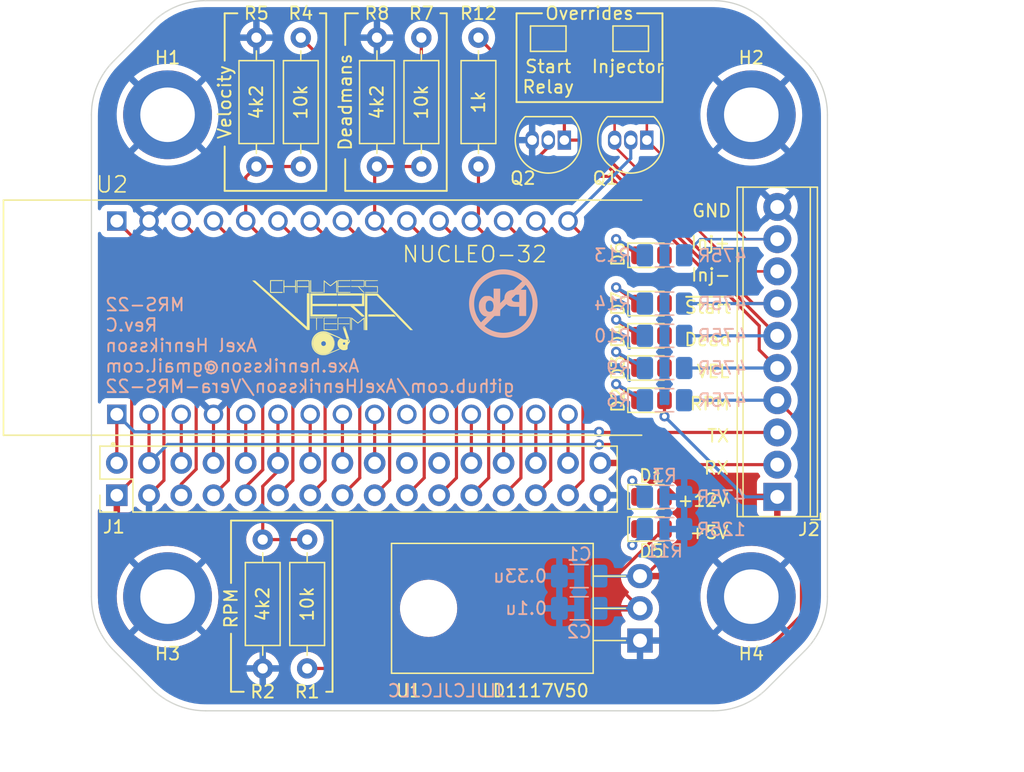
<source format=kicad_pcb>
(kicad_pcb (version 20211014) (generator pcbnew)
  (layers (0 "F.Cu" signal) (31 "B.Cu" signal) (34 "B.Paste" user) (35 "F.Paste" user) (36 "B.SilkS" user "B.Silkscreen") (37 "F.SilkS" user "F.Silkscreen") (38 "B.Mask" user) (39 "F.Mask" user) (44 "Edge.Cuts" user))
  (net 0 "")
  (net 1 "+12V")
  (net 2 "+5V")
  (net 3 "/Injector+")
  (net 4 "/Injector-")
  (net 5 "/RPM_12V")
  (net 6 "/USART1_TX")
  (net 7 "/USART1_RX")
  (net 8 "/Deadmans_12V")
  (net 9 "/Start_Relay_GND")
  (net 10 "/Injector_Enable")
  (net 11 "/VEL")
  (net 12 "/Start_Enable")
  (net 13 "/RPM")
  (net 14 "/Deadmans")
  (net 15 "Net-(J1-Pad5)")
  (net 16 "Net-(J1-Pad13)")
  (net 17 "Net-(J1-Pad15)")
  (net 18 "Net-(J1-Pad11)")
  (net 19 "Net-(J1-Pad25)")
  (net 20 "Net-(J1-Pad27)")
  (net 21 "Net-(J1-Pad30)")
  (net 22 "Net-(J1-Pad21)")
  (net 23 "Net-(J1-Pad19)")
  (net 24 "Net-(J1-Pad7)")
  (net 25 "Net-(J1-Pad28)")
  (net 26 "Net-(J1-Pad26)")
  (net 27 "Net-(J1-Pad24)")
  (net 28 "Net-(J1-Pad18)")
  (net 29 "Net-(J1-Pad16)")
  (net 30 "Net-(J1-Pad14)")
  (net 31 "Net-(J1-Pad10)")
  (net 32 "Net-(J1-Pad6)")
  (net 33 "Net-(J1-Pad22)")
  (net 34 "Net-(J1-Pad20)")
  (net 35 "GND")
  (net 36 "/VEL_12V")
  (net 37 "Net-(D4-Pad1)")
  (net 38 "Net-(D6-Pad1)")
  (net 39 "Net-(D7-Pad1)")
  (net 40 "Net-(Q2-Pad2)")
  (net 41 "Net-(D1-Pad1)")
  (net 42 "Net-(D2-Pad1)")
  (net 43 "Net-(D3-Pad1)")
  (net 44 "Net-(D5-Pad1)")
  (footprint "Jumper:SolderJumper-2_P1.3mm_Open_TrianglePad1.0x1.5mm" (layer "F.Cu") (at 215.77 72)
    (fp_text reference "JP1" hide)
    (fp_text value "Injector_Override" hide)
    (pad "1" smd custom (at -0.725 0) (size 0.3 0.3) (layers "F.Cu" "F.Mask") (net 4 "/Injector-") (options (clearance outline) (anchor rect)) (primitives (gr_poly (pts (xy 1 0) (xy 0.5 0.75) (xy -0.5 0.75) (xy -0.5 -0.75) (xy 0.5 -0.75)) (width 0) (fill yes))))
    (pad "2" smd custom (at 0.725 0) (size 0.3 0.3) (layers "F.Cu" "F.Mask") (net 3 "/Injector+") (options (clearance outline) (anchor rect)) (primitives (gr_poly (pts (xy 0.5 0.75) (xy -0.65 0.75) (xy -0.15 0) (xy -0.65 -0.75) (xy 0.5 -0.75)) (width 0) (fill yes))))
  )
  (footprint "MountingHole:MountingHole_4.3mm_M4_ISO14580_Pad" (layer "F.Cu") (at 179.27 116)
    (fp_text reference "H3" (at 0 4.5) (layer "F.SilkS"))
    (fp_text value "M4_Hole")
    (pad "1" thru_hole circle (at 0 0) (size 7 7) (drill 4.3) (layers *.Cu *.Mask) (net 35 "GND"))
  )
  (footprint "MountingHole:MountingHole_4.3mm_M4_ISO14580_Pad" (layer "F.Cu") (at 225.27 116)
    (fp_text reference "H4" (at 0 4.5) (layer "F.SilkS"))
    (fp_text value "M4_Hole")
    (pad "1" thru_hole circle (at 0 0) (size 7 7) (drill 4.3) (layers *.Cu *.Mask) (net 35 "GND"))
  )
  (footprint "Resistor_THT:R_Axial_DIN0207_L6.3mm_D2.5mm_P10.16mm_Horizontal" (layer "F.Cu") (at 189.77 71.92 -90)
    (fp_text reference "R4" (at -1.92 0) (layer "F.SilkS"))
    (fp_text value "10k" (at 5.08 0 90) (layer "F.SilkS"))
    (pad "1" thru_hole circle (at 0 0 270) (size 1.6 1.6) (drill 0.8) (layers *.Cu *.Mask) (net 36 "/VEL_12V"))
    (pad "2" thru_hole oval (at 10.16 0 270) (size 1.6 1.6) (drill 0.8) (layers *.Cu *.Mask) (net 11 "/VEL"))
  )
  (footprint "Resistor_THT:R_Axial_DIN0207_L6.3mm_D2.5mm_P10.16mm_Horizontal" (layer "F.Cu") (at 203.77 71.92 -90)
    (fp_text reference "R12" (at -1.92 0) (layer "F.SilkS"))
    (fp_text value "1k" (at 5.08 0 90) (layer "F.SilkS"))
    (pad "1" thru_hole circle (at 0 0 270) (size 1.6 1.6) (drill 0.8) (layers *.Cu *.Mask) (net 40 "Net-(Q2-Pad2)"))
    (pad "2" thru_hole oval (at 10.16 0 270) (size 1.6 1.6) (drill 0.8) (layers *.Cu *.Mask) (net 12 "/Start_Enable"))
  )
  (footprint "Resistor_THT:R_Axial_DIN0207_L6.3mm_D2.5mm_P10.16mm_Horizontal" (layer "F.Cu") (at 199.27 71.92 -90)
    (fp_text reference "R7" (at -1.92 0) (layer "F.SilkS"))
    (fp_text value "10k" (at 5.08 0 90) (layer "F.SilkS"))
    (pad "1" thru_hole circle (at 0 0 270) (size 1.6 1.6) (drill 0.8) (layers *.Cu *.Mask) (net 8 "/Deadmans_12V"))
    (pad "2" thru_hole oval (at 10.16 0 270) (size 1.6 1.6) (drill 0.8) (layers *.Cu *.Mask) (net 14 "/Deadmans"))
  )
  (footprint "LED_SMD:LED_0805_2012Metric_Pad1.15x1.40mm_HandSolder" (layer "F.Cu") (at 217.405 108.13)
    (fp_text reference "D1" (at 0 -1.65) (layer "F.SilkS"))
    (fp_text value "KPT-2012SURCK")
    (pad "1" smd roundrect (at -1.025 0) (size 1.15 1.4) (layers "F.Cu" "F.Paste" "F.Mask") (roundrect_rratio 0.217391) (net 41 "Net-(D1-Pad1)"))
    (pad "2" smd roundrect (at 1.025 0) (size 1.15 1.4) (layers "F.Cu" "F.Paste" "F.Mask") (roundrect_rratio 0.217391) (net 1 "+12V"))
  )
  (footprint "LED_SMD:LED_0805_2012Metric_Pad1.15x1.40mm_HandSolder" (layer "F.Cu") (at 217.405 110.67)
    (fp_text reference "D5" (at 0 1.73) (layer "F.SilkS"))
    (fp_text value "KPT-2012SURCK")
    (pad "1" smd roundrect (at -1.025 0) (size 1.15 1.4) (layers "F.Cu" "F.Paste" "F.Mask") (roundrect_rratio 0.217391) (net 44 "Net-(D5-Pad1)"))
    (pad "2" smd roundrect (at 1.025 0) (size 1.15 1.4) (layers "F.Cu" "F.Paste" "F.Mask") (roundrect_rratio 0.217391) (net 2 "+5V"))
  )
  (footprint "Package_TO_SOT_THT:TO-92_Inline" (layer "F.Cu") (at 210.54 80 180)
    (fp_text reference "Q2" (at 3.27 -3) (layer "F.SilkS"))
    (fp_text value "BC337")
    (pad "1" thru_hole rect (at 0 0 180) (size 1.05 1.5) (drill 0.75) (layers *.Cu *.Mask) (net 9 "/Start_Relay_GND"))
    (pad "2" thru_hole oval (at 1.27 0 180) (size 1.05 1.5) (drill 0.75) (layers *.Cu *.Mask) (net 40 "Net-(Q2-Pad2)"))
    (pad "3" thru_hole oval (at 2.54 0 180) (size 1.05 1.5) (drill 0.75) (layers *.Cu *.Mask) (net 35 "GND"))
  )
  (footprint "Package_TO_SOT_THT:TO-220-3_Horizontal_TabDown" (layer "F.Cu") (at 216.5 119.46 90)
    (fp_text reference "U1" (at -3.96 -18.23) (layer "F.SilkS"))
    (fp_text value "LD1117V50" (at -3.96 -8.23) (layer "F.SilkS"))
    (pad "" np_thru_hole oval (at 2.54 -16.66 90) (size 3.5 3.5) (drill 3.5) (layers *.Cu *.Mask))
    (pad "1" thru_hole rect (at 0 0 90) (size 1.905 2) (drill 1.1) (layers *.Cu *.Mask) (net 35 "GND"))
    (pad "2" thru_hole oval (at 2.54 0 90) (size 1.905 2) (drill 1.1) (layers *.Cu *.Mask) (net 2 "+5V"))
    (pad "3" thru_hole oval (at 5.08 0 90) (size 1.905 2) (drill 1.1) (layers *.Cu *.Mask) (net 1 "+12V"))
  )
  (footprint "Vera-MRS-21:TerminalBlock_Phoenix_MPT-0,5-10-2.54_1x10_P2.54mm_Horizontal" (layer "F.Cu") (at 227.32 108.13 90)
    (fp_text reference "J2" (at -2.57 2.5) (layer "F.SilkS"))
    (fp_text value "Screw_Terminal_01x10")
    (pad "1" thru_hole rect locked (at 0 0 90) (size 2.2 2.2) (drill 1.1) (layers *.Cu *.Mask) (net 1 "+12V"))
    (pad "2" thru_hole circle locked (at 2.54 0 90) (size 2.2 2.2) (drill 1.1) (layers *.Cu *.Mask) (net 7 "/USART1_RX"))
    (pad "3" thru_hole circle locked (at 5.08 0 90) (size 2.2 2.2) (drill 1.1) (layers *.Cu *.Mask) (net 6 "/USART1_TX"))
    (pad "4" thru_hole circle locked (at 7.62 0 90) (size 2.2 2.2) (drill 1.1) (layers *.Cu *.Mask) (net 5 "/RPM_12V"))
    (pad "5" thru_hole circle locked (at 10.16 0 90) (size 2.2 2.2) (drill 1.1) (layers *.Cu *.Mask) (net 36 "/VEL_12V"))
    (pad "6" thru_hole circle locked (at 12.7 0 90) (size 2.2 2.2) (drill 1.1) (layers *.Cu *.Mask) (net 8 "/Deadmans_12V"))
    (pad "7" thru_hole circle locked (at 15.24 0 90) (size 2.2 2.2) (drill 1.1) (layers *.Cu *.Mask) (net 9 "/Start_Relay_GND"))
    (pad "8" thru_hole circle locked (at 17.78 0 90) (size 2.2 2.2) (drill 1.1) (layers *.Cu *.Mask) (net 4 "/Injector-"))
    (pad "9" thru_hole circle locked (at 20.32 0 90) (size 2.2 2.2) (drill 1.1) (layers *.Cu *.Mask) (net 3 "/Injector+"))
    (pad "10" thru_hole circle locked (at 22.86 0 90) (size 2.2 2.2) (drill 1.1) (layers *.Cu *.Mask) (net 35 "GND"))
  )
  (footprint "Resistor_THT:R_Axial_DIN0207_L6.3mm_D2.5mm_P10.16mm_Horizontal" (layer "F.Cu") (at 186.27 82.08 90)
    (fp_text reference "R5" (at 12.08 0) (layer "F.SilkS"))
    (fp_text value "4k2" (at 5.08 0 90) (layer "F.SilkS"))
    (pad "1" thru_hole circle (at 0 0 90) (size 1.6 1.6) (drill 0.8) (layers *.Cu *.Mask) (net 11 "/VEL"))
    (pad "2" thru_hole oval (at 10.16 0 90) (size 1.6 1.6) (drill 0.8) (layers *.Cu *.Mask) (net 35 "GND"))
  )
  (footprint "Package_TO_SOT_THT:TO-92_Inline" (layer "F.Cu") (at 217.04 80 180)
    (fp_text reference "Q1" (at 3.27 -3) (layer "F.SilkS"))
    (fp_text value "BC337")
    (pad "1" thru_hole rect (at 0 0 180) (size 1.05 1.5) (drill 0.75) (layers *.Cu *.Mask) (net 3 "/Injector+"))
    (pad "2" thru_hole oval (at 1.27 0 180) (size 1.05 1.5) (drill 0.75) (layers *.Cu *.Mask) (net 10 "/Injector_Enable"))
    (pad "3" thru_hole oval (at 2.54 0 180) (size 1.05 1.5) (drill 0.75) (layers *.Cu *.Mask) (net 4 "/Injector-"))
  )
  (footprint "LED_SMD:LED_0805_2012Metric_Pad1.15x1.40mm_HandSolder" (layer "F.Cu") (at 217.405 100.51)
    (fp_text reference "D2" (at -2.635 0 90) (layer "F.SilkS"))
    (fp_text value "KPT-2012SURCK")
    (pad "1" smd roundrect (at -1.025 0) (size 1.15 1.4) (layers "F.Cu" "F.Paste" "F.Mask") (roundrect_rratio 0.217391) (net 42 "Net-(D2-Pad1)"))
    (pad "2" smd roundrect (at 1.025 0) (size 1.15 1.4) (layers "F.Cu" "F.Paste" "F.Mask") (roundrect_rratio 0.217391) (net 1 "+12V"))
  )
  (footprint "Vera-MRS-21:NUCLEO_32" (layer "F.Cu") (at 191.485 94 90)
    (fp_text reference "U2" (at 10.5 -17.945) (layer "F.SilkS") (effects (font (size 1.27 1.27) (thickness 0.127)) (justify left)))
    (fp_text value "NUCLEO-G031K8 Physical")
    (fp_text user "NUCLEO-32" (at 5 17.785 180) (layer "F.SilkS") (effects (font (size 1.27 1.27) (thickness 0.127)) (justify right)))
    (pad "CN3_1" thru_hole rect (at -7.62 -16.215 90) (size 1.53 1.53) (drill 1.02) (layers *.Cu *.Mask) (net 6 "/USART1_TX"))
    (pad "CN3_2" thru_hole circle (at -7.62 -13.675 90) (size 1.53 1.53) (drill 1.02) (layers *.Cu *.Mask) (net 7 "/USART1_RX"))
    (pad "CN3_3" thru_hole circle (at -7.62 -11.135 90) (size 1.53 1.53) (drill 1.02) (layers *.Cu *.Mask) (net 32 "Net-(J1-Pad6)"))
    (pad "CN3_4" thru_hole circle (at -7.62 -8.595 90) (size 1.53 1.53) (drill 1.02) (layers *.Cu *.Mask) (net 35 "GND"))
    (pad "CN3_5" thru_hole circle (at -7.62 -6.055 90) (size 1.53 1.53) (drill 1.02) (layers *.Cu *.Mask) (net 31 "Net-(J1-Pad10)"))
    (pad "CN3_6" thru_hole circle (at -7.62 -3.515 90) (size 1.53 1.53) (drill 1.02) (layers *.Cu *.Mask) (net 13 "/RPM"))
    (pad "CN3_7" thru_hole circle (at -7.62 -0.975 90) (size 1.53 1.53) (drill 1.02) (layers *.Cu *.Mask) (net 30 "Net-(J1-Pad14)"))
    (pad "CN3_8" thru_hole circle (at -7.62 1.565 90) (size 1.53 1.53) (drill 1.02) (layers *.Cu *.Mask) (net 29 "Net-(J1-Pad16)"))
    (pad "CN3_9" thru_hole circle (at -7.62 4.105 90) (size 1.53 1.53) (drill 1.02) (layers *.Cu *.Mask) (net 28 "Net-(J1-Pad18)"))
    (pad "CN3_10" thru_hole circle (at -7.62 6.645 90) (size 1.53 1.53) (drill 1.02) (layers *.Cu *.Mask) (net 34 "Net-(J1-Pad20)"))
    (pad "CN3_11" thru_hole circle (at -7.62 9.185 90) (size 1.53 1.53) (drill 1.02) (layers *.Cu *.Mask) (net 33 "Net-(J1-Pad22)"))
    (pad "CN3_12" thru_hole circle (at -7.62 11.725 90) (size 1.53 1.53) (drill 1.02) (layers *.Cu *.Mask) (net 27 "Net-(J1-Pad24)"))
    (pad "CN3_13" thru_hole circle (at -7.62 14.265 90) (size 1.53 1.53) (drill 1.02) (layers *.Cu *.Mask) (net 26 "Net-(J1-Pad26)"))
    (pad "CN3_14" thru_hole circle (at -7.62 16.805 90) (size 1.53 1.53) (drill 1.02) (layers *.Cu *.Mask) (net 25 "Net-(J1-Pad28)"))
    (pad "CN3_15" thru_hole circle (at -7.62 19.345 90) (size 1.53 1.53) (drill 1.02) (layers *.Cu *.Mask) (net 21 "Net-(J1-Pad30)"))
    (pad "CN4_1" thru_hole rect (at 7.62 -16.215 90) (size 1.53 1.53) (drill 1.02) (layers *.Cu *.Mask) (net 2 "+5V"))
    (pad "CN4_2" thru_hole circle (at 7.62 -13.675 90) (size 1.53 1.53) (drill 1.02) (layers *.Cu *.Mask) (net 35 "GND"))
    (pad "CN4_3" thru_hole circle (at 7.62 -11.135 90) (size 1.53 1.53) (drill 1.02) (layers *.Cu *.Mask) (net 15 "Net-(J1-Pad5)"))
    (pad "CN4_4" thru_hole circle (at 7.62 -8.595 90) (size 1.53 1.53) (drill 1.02) (layers *.Cu *.Mask) (net 24 "Net-(J1-Pad7)"))
    (pad "CN4_5" thru_hole circle (at 7.62 -6.055 90) (size 1.53 1.53) (drill 1.02) (layers *.Cu *.Mask) (net 11 "/VEL"))
    (pad "CN4_6" thru_hole circle (at 7.62 -3.515 90) (size 1.53 1.53) (drill 1.02) (layers *.Cu *.Mask) (net 18 "Net-(J1-Pad11)"))
    (pad "CN4_7" thru_hole circle (at 7.62 -0.975 90) (size 1.53 1.53) (drill 1.02) (layers *.Cu *.Mask) (net 16 "Net-(J1-Pad13)"))
    (pad "CN4_8" thru_hole circle (at 7.62 1.565 90) (size 1.53 1.53) (drill 1.02) (layers *.Cu *.Mask) (net 17 "Net-(J1-Pad15)"))
    (pad "CN4_9" thru_hole circle (at 7.62 4.105 90) (size 1.53 1.53) (drill 1.02) (layers *.Cu *.Mask) (net 14 "/Deadmans"))
    (pad "CN4_10" thru_hole circle (at 7.62 6.645 90) (size 1.53 1.53) (drill 1.02) (layers *.Cu *.Mask) (net 23 "Net-(J1-Pad19)"))
    (pad "CN4_11" thru_hole circle (at 7.62 9.185 90) (size 1.53 1.53) (drill 1.02) (layers *.Cu *.Mask) (net 22 "Net-(J1-Pad21)"))
    (pad "CN4_12" thru_hole circle (at 7.62 11.725 90) (size 1.53 1.53) (drill 1.02) (layers *.Cu *.Mask) (net 12 "/Start_Enable"))
    (pad "CN4_13" thru_hole circle (at 7.62 14.265 90) (size 1.53 1.53) (drill 1.02) (layers *.Cu *.Mask) (net 19 "Net-(J1-Pad25)"))
    (pad "CN4_14" thru_hole circle (at 7.62 16.805 90) (size 1.53 1.53) (drill 1.02) (layers *.Cu *.Mask) (net 20 "Net-(J1-Pad27)"))
    (pad "CN4_15" thru_hole circle (at 7.62 19.345 90) (size 1.53 1.53) (drill 1.02) (layers *.Cu *.Mask) (net 10 "/Injector_Enable"))
  )
  (footprint "LED_SMD:LED_0805_2012Metric_Pad1.15x1.40mm_HandSolder" (layer "F.Cu") (at 217.405 89.08)
    (fp_text reference "D6" (at -2.635 -0.08 90) (layer "F.SilkS"))
    (fp_text value "KPT-2012SURCK")
    (pad "1" smd roundrect (at -1.025 0) (size 1.15 1.4) (layers "F.Cu" "F.Paste" "F.Mask") (roundrect_rratio 0.217391) (net 38 "Net-(D6-Pad1)"))
    (pad "2" smd roundrect (at 1.025 0) (size 1.15 1.4) (layers "F.Cu" "F.Paste" "F.Mask") (roundrect_rratio 0.217391) (net 1 "+12V"))
  )
  (footprint "MountingHole:MountingHole_4.3mm_M4_ISO14580_Pad" (layer "F.Cu") (at 179.27 78)
    (fp_text reference "H1" (at 0 -4.5) (layer "F.SilkS"))
    (fp_text value "M4_Hole")
    (pad "1" thru_hole circle (at 0 0) (size 7 7) (drill 4.3) (layers *.Cu *.Mask) (net 35 "GND"))
  )
  (footprint "Jumper:SolderJumper-2_P1.3mm_Open_TrianglePad1.0x1.5mm" (layer "F.Cu") (at 209.27 72)
    (fp_text reference "JP2" hide)
    (fp_text value "Start_Relay_Override" hide)
    (pad "1" smd custom (at -0.725 0) (size 0.3 0.3) (layers "F.Cu" "F.Mask") (net 35 "GND") (options (clearance outline) (anchor rect)) (primitives (gr_poly (pts (xy 1 0) (xy 0.5 0.75) (xy -0.5 0.75) (xy -0.5 -0.75) (xy 0.5 -0.75)) (width 0) (fill yes))))
    (pad "2" smd custom (at 0.725 0) (size 0.3 0.3) (layers "F.Cu" "F.Mask") (net 9 "/Start_Relay_GND") (options (clearance outline) (anchor rect)) (primitives (gr_poly (pts (xy 0.5 0.75) (xy -0.65 0.75) (xy -0.15 0) (xy -0.65 -0.75) (xy 0.5 -0.75)) (width 0) (fill yes))))
  )
  (footprint "Vera-MRS-21:Vera-Logo-Small" (layer "F.Cu") (at 192.27 94)
    (fp_text reference "G***" hide)
    (fp_text value "LOGO" hide)
  )
  (footprint "Resistor_THT:R_Axial_DIN0207_L6.3mm_D2.5mm_P10.16mm_Horizontal" (layer "F.Cu") (at 195.77 82.08 90)
    (fp_text reference "R8" (at 12.08 0) (layer "F.SilkS"))
    (fp_text value "4k2" (at 5.08 0 90) (layer "F.SilkS"))
    (pad "1" thru_hole circle (at 0 0 90) (size 1.6 1.6) (drill 0.8) (layers *.Cu *.Mask) (net 14 "/Deadmans"))
    (pad "2" thru_hole oval (at 10.16 0 90) (size 1.6 1.6) (drill 0.8) (layers *.Cu *.Mask) (net 35 "GND"))
  )
  (footprint "LED_SMD:LED_0805_2012Metric_Pad1.15x1.40mm_HandSolder" (layer "F.Cu") (at 217.405 92.89)
    (fp_text reference "D7" (at -2.635 0 90) (layer "F.SilkS"))
    (fp_text value "KPT-2012SURCK")
    (pad "1" smd roundrect (at -1.025 0) (size 1.15 1.4) (layers "F.Cu" "F.Paste" "F.Mask") (roundrect_rratio 0.217391) (net 39 "Net-(D7-Pad1)"))
    (pad "2" smd roundrect (at 1.025 0) (size 1.15 1.4) (layers "F.Cu" "F.Paste" "F.Mask") (roundrect_rratio 0.217391) (net 1 "+12V"))
  )
  (footprint "Connector_PinHeader_2.54mm:PinHeader_2x16_P2.54mm_Vertical" (layer "F.Cu") (at 175.27 108 90)
    (fp_text reference "J1" (at -2.5 -0.23) (layer "F.SilkS"))
    (fp_text value "2x16_2.54P_pin_header")
    (pad "1" thru_hole rect (at 0 0 90) (size 1.7 1.7) (drill 1) (layers *.Cu *.Mask) (net 2 "+5V"))
    (pad "2" thru_hole oval (at 2.54 0 90) (size 1.7 1.7) (drill 1) (layers *.Cu *.Mask) (net 6 "/USART1_TX"))
    (pad "3" thru_hole oval (at 0 2.54 90) (size 1.7 1.7) (drill 1) (layers *.Cu *.Mask) (net 35 "GND"))
    (pad "4" thru_hole oval (at 2.54 2.54 90) (size 1.7 1.7) (drill 1) (layers *.Cu *.Mask) (net 7 "/USART1_RX"))
    (pad "5" thru_hole oval (at 0 5.08 90) (size 1.7 1.7) (drill 1) (layers *.Cu *.Mask) (net 15 "Net-(J1-Pad5)"))
    (pad "6" thru_hole oval (at 2.54 5.08 90) (size 1.7 1.7) (drill 1) (layers *.Cu *.Mask) (net 32 "Net-(J1-Pad6)"))
    (pad "7" thru_hole oval (at 0 7.62 90) (size 1.7 1.7) (drill 1) (layers *.Cu *.Mask) (net 24 "Net-(J1-Pad7)"))
    (pad "8" thru_hole oval (at 2.54 7.62 90) (size 1.7 1.7) (drill 1) (layers *.Cu *.Mask) (net 35 "GND"))
    (pad "9" thru_hole oval (at 0 10.16 90) (size 1.7 1.7) (drill 1) (layers *.Cu *.Mask) (net 11 "/VEL"))
    (pad "10" thru_hole oval (at 2.54 10.16 90) (size 1.7 1.7) (drill 1) (layers *.Cu *.Mask) (net 31 "Net-(J1-Pad10)"))
    (pad "11" thru_hole oval (at 0 12.7 90) (size 1.7 1.7) (drill 1) (layers *.Cu *.Mask) (net 18 "Net-(J1-Pad11)"))
    (pad "12" thru_hole oval (at 2.54 12.7 90) (size 1.7 1.7) (drill 1) (layers *.Cu *.Mask) (net 13 "/RPM"))
    (pad "13" thru_hole oval (at 0 15.24 90) (size 1.7 1.7) (drill 1) (layers *.Cu *.Mask) (net 16 "Net-(J1-Pad13)"))
    (pad "14" thru_hole oval (at 2.54 15.24 90) (size 1.7 1.7) (drill 1) (layers *.Cu *.Mask) (net 30 "Net-(J1-Pad14)"))
    (pad "15" thru_hole oval (at 0 17.78 90) (size 1.7 1.7) (drill 1) (layers *.Cu *.Mask) (net 17 "Net-(J1-Pad15)"))
    (pad "16" thru_hole oval (at 2.54 17.78 90) (size 1.7 1.7) (drill 1) (layers *.Cu *.Mask) (net 29 "Net-(J1-Pad16)"))
    (pad "17" thru_hole oval (at 0 20.32 90) (size 1.7 1.7) (drill 1) (layers *.Cu *.Mask) (net 14 "/Deadmans"))
    (pad "18" thru_hole oval (at 2.54 20.32 90) (size 1.7 1.7) (drill 1) (layers *.Cu *.Mask) (net 28 "Net-(J1-Pad18)"))
    (pad "19" thru_hole oval (at 0 22.86 90) (size 1.7 1.7) (drill 1) (layers *.Cu *.Mask) (net 23 "Net-(J1-Pad19)"))
    (pad "20" thru_hole oval (at 2.54 22.86 90) (size 1.7 1.7) (drill 1) (layers *.Cu *.Mask) (net 34 "Net-(J1-Pad20)"))
    (pad "21" thru_hole oval (at 0 25.4 90) (size 1.7 1.7) (drill 1) (layers *.Cu *.Mask) (net 22 "Net-(J1-Pad21)"))
    (pad "22" thru_hole oval (at 2.54 25.4 90) (size 1.7 1.7) (drill 1) (layers *.Cu *.Mask) (net 33 "Net-(J1-Pad22)"))
    (pad "23" thru_hole oval (at 0 27.94 90) (size 1.7 1.7) (drill 1) (layers *.Cu *.Mask) (net 12 "/Start_Enable"))
    (pad "24" thru_hole oval (at 2.54 27.94 90) (size 1.7 1.7) (drill 1) (layers *.Cu *.Mask) (net 27 "Net-(J1-Pad24)"))
    (pad "25" thru_hole oval (at 0 30.48 90) (size 1.7 1.7) (drill 1) (layers *.Cu *.Mask) (net 19 "Net-(J1-Pad25)"))
    (pad "26" thru_hole oval (at 2.54 30.48 90) (size 1.7 1.7) (drill 1) (layers *.Cu *.Mask) (net 26 "Net-(J1-Pad26)"))
    (pad "27" thru_hole oval (at 0 33.02 90) (size 1.7 1.7) (drill 1) (layers *.Cu *.Mask) (net 20 "Net-(J1-Pad27)"))
    (pad "28" thru_hole oval (at 2.54 33.02 90) (size 1.7 1.7) (drill 1) (layers *.Cu *.Mask) (net 25 "Net-(J1-Pad28)"))
    (pad "29" thru_hole oval (at 0 35.56 90) (size 1.7 1.7) (drill 1) (layers *.Cu *.Mask) (net 10 "/Injector_Enable"))
    (pad "30" thru_hole oval (at 2.54 35.56 90) (size 1.7 1.7) (drill 1) (layers *.Cu *.Mask) (net 21 "Net-(J1-Pad30)"))
    (pad "31" thru_hole oval (at 0 38.1 90) (size 1.7 1.7) (drill 1) (layers *.Cu *.Mask) (net 35 "GND"))
    (pad "32" thru_hole oval (at 2.54 38.1 90) (size 1.7 1.7) (drill 1) (layers *.Cu *.Mask) (net 1 "+12V"))
  )
  (footprint "LED_SMD:LED_0805_2012Metric_Pad1.15x1.40mm_HandSolder" (layer "F.Cu") (at 217.405 97.97)
    (fp_text reference "D3" (at -2.635 0 90) (layer "F.SilkS"))
    (fp_text value "KPT-2012SURCK")
    (pad "1" smd roundrect (at -1.025 0) (size 1.15 1.4) (layers "F.Cu" "F.Paste" "F.Mask") (roundrect_rratio 0.217391) (net 43 "Net-(D3-Pad1)"))
    (pad "2" smd roundrect (at 1.025 0) (size 1.15 1.4) (layers "F.Cu" "F.Paste" "F.Mask") (roundrect_rratio 0.217391) (net 1 "+12V"))
  )
  (footprint "LED_SMD:LED_0805_2012Metric_Pad1.15x1.40mm_HandSolder" (layer "F.Cu") (at 217.405 95.43)
    (fp_text reference "D4" (at -2.635 0 90) (layer "F.SilkS"))
    (fp_text value "KPT-2012SURCK")
    (pad "1" smd roundrect (at -1.025 0) (size 1.15 1.4) (layers "F.Cu" "F.Paste" "F.Mask") (roundrect_rratio 0.217391) (net 37 "Net-(D4-Pad1)"))
    (pad "2" smd roundrect (at 1.025 0) (size 1.15 1.4) (layers "F.Cu" "F.Paste" "F.Mask") (roundrect_rratio 0.217391) (net 1 "+12V"))
  )
  (footprint "Resistor_THT:R_Axial_DIN0207_L6.3mm_D2.5mm_P10.16mm_Horizontal" (layer "F.Cu") (at 186.77 111.5 -90)
    (fp_text reference "R2" (at 12 0) (layer "F.SilkS"))
    (fp_text value "4k2" (at 5.08 0 90) (layer "F.SilkS"))
    (pad "1" thru_hole circle (at 0 0 270) (size 1.6 1.6) (drill 0.8) (layers *.Cu *.Mask) (net 13 "/RPM"))
    (pad "2" thru_hole oval (at 10.16 0 270) (size 1.6 1.6) (drill 0.8) (layers *.Cu *.Mask) (net 35 "GND"))
  )
  (footprint "Resistor_THT:R_Axial_DIN0207_L6.3mm_D2.5mm_P10.16mm_Horizontal" (layer "F.Cu") (at 190.27 121.66 90)
    (fp_text reference "R1" (at -1.84 0) (layer "F.SilkS"))
    (fp_text value "10k" (at 5.08 0 90) (layer "F.SilkS"))
    (pad "1" thru_hole circle (at 0 0 90) (size 1.6 1.6) (drill 0.8) (layers *.Cu *.Mask) (net 5 "/RPM_12V"))
    (pad "2" thru_hole oval (at 10.16 0 90) (size 1.6 1.6) (drill 0.8) (layers *.Cu *.Mask) (net 13 "/RPM"))
  )
  (footprint "MountingHole:MountingHole_4.3mm_M4_ISO14580_Pad" (layer "F.Cu") (at 225.27 78)
    (fp_text reference "H2" (at 0 -4.5) (layer "F.SilkS"))
    (fp_text value "M4_Hole")
    (pad "1" thru_hole circle (at 0 0) (size 7 7) (drill 4.3) (layers *.Cu *.Mask) (net 35 "GND"))
  )
  (footprint "Vera-MRS-21:No_Pb" (layer "B.Cu") (at 205.73 92.89 180)
    (fp_text reference "G***" hide)
    (fp_text value "LOGO" hide)
  )
  (footprint "Resistor_SMD:R_1206_3216Metric_Pad1.30x1.75mm_HandSolder" (layer "B.Cu") (at 218.43 110.67 180)
    (fp_text reference "R11" (at 0 -1.73) (layer "B.SilkS") (effects (justify mirror)))
    (fp_text value "125R" (at -2.45 -0.03) (layer "B.SilkS") (effects (justify right mirror)))
    (pad "1" smd roundrect (at -1.55 0 180) (size 1.3 1.75) (layers "B.Cu" "B.Paste" "B.Mask") (roundrect_rratio 0.192308) (net 35 "GND"))
    (pad "2" smd roundrect (at 1.55 0 180) (size 1.3 1.75) (layers "B.Cu" "B.Paste" "B.Mask") (roundrect_rratio 0.192308) (net 44 "Net-(D5-Pad1)"))
  )
  (footprint "Resistor_SMD:R_1206_3216Metric_Pad1.30x1.75mm_HandSolder" (layer "B.Cu") (at 218.43 89.08)
    (fp_text reference "R13" (at -2.54 0) (layer "B.SilkS") (effects (justify left mirror)))
    (fp_text value "475R" (at 2.54 0.03) (layer "B.SilkS") (effects (justify right mirror)))
    (pad "1" smd roundrect (at -1.55 0) (size 1.3 1.75) (layers "B.Cu" "B.Paste" "B.Mask") (roundrect_rratio 0.192308) (net 38 "Net-(D6-Pad1)"))
    (pad "2" smd roundrect (at 1.55 0) (size 1.3 1.75) (layers "B.Cu" "B.Paste" "B.Mask") (roundrect_rratio 0.192308) (net 3 "/Injector+"))
  )
  (footprint "Resistor_SMD:R_1206_3216Metric_Pad1.30x1.75mm_HandSolder" (layer "B.Cu") (at 218.43 100.51)
    (fp_text reference "R6" (at -2.54 0) (layer "B.SilkS") (effects (justify left mirror)))
    (fp_text value "475R" (at 2.54 0) (layer "B.SilkS") (effects (justify right mirror)))
    (pad "1" smd roundrect (at -1.55 0) (size 1.3 1.75) (layers "B.Cu" "B.Paste" "B.Mask") (roundrect_rratio 0.192308) (net 42 "Net-(D2-Pad1)"))
    (pad "2" smd roundrect (at 1.55 0) (size 1.3 1.75) (layers "B.Cu" "B.Paste" "B.Mask") (roundrect_rratio 0.192308) (net 5 "/RPM_12V"))
  )
  (footprint "Capacitor_SMD:C_1206_3216Metric_Pad1.33x1.80mm_HandSolder" (layer "B.Cu") (at 211.7075 116.92)
    (fp_text reference "C2" (at 0 1.85) (layer "B.SilkS") (effects (justify mirror)))
    (fp_text value "0.1u" (at -2.4375 0) (layer "B.SilkS") (effects (justify left mirror)))
    (pad "1" smd roundrect (at -1.5625 0) (size 1.325 1.8) (layers "B.Cu" "B.Paste" "B.Mask") (roundrect_rratio 0.1886792453) (net 35 "GND"))
    (pad "2" smd roundrect (at 1.5625 0) (size 1.325 1.8) (layers "B.Cu" "B.Paste" "B.Mask") (roundrect_rratio 0.1886792453) (net 2 "+5V"))
  )
  (footprint "Resistor_SMD:R_1206_3216Metric_Pad1.30x1.75mm_HandSolder" (layer "B.Cu") (at 218.43 97.97)
    (fp_text reference "R9" (at -2.54 0) (layer "B.SilkS") (effects (justify left mirror)))
    (fp_text value "475R" (at 2.54 0) (layer "B.SilkS") (effects (justify right mirror)))
    (pad "1" smd roundrect (at -1.55 0) (size 1.3 1.75) (layers "B.Cu" "B.Paste" "B.Mask") (roundrect_rratio 0.192308) (net 43 "Net-(D3-Pad1)"))
    (pad "2" smd roundrect (at 1.55 0) (size 1.3 1.75) (layers "B.Cu" "B.Paste" "B.Mask") (roundrect_rratio 0.192308) (net 36 "/VEL_12V"))
  )
  (footprint "Resistor_SMD:R_1206_3216Metric_Pad1.30x1.75mm_HandSolder" (layer "B.Cu") (at 218.43 108.13 180)
    (fp_text reference "R3" (at 0 1.68) (layer "B.SilkS") (effects (justify mirror)))
    (fp_text value "475R" (at -2.45 -0.02) (layer "B.SilkS") (effects (justify right mirror)))
    (pad "1" smd roundrect (at -1.55 0 180) (size 1.3 1.75) (layers "B.Cu" "B.Paste" "B.Mask") (roundrect_rratio 0.192308) (net 35 "GND"))
    (pad "2" smd roundrect (at 1.55 0 180) (size 1.3 1.75) (layers "B.Cu" "B.Paste" "B.Mask") (roundrect_rratio 0.192308) (net 41 "Net-(D1-Pad1)"))
  )
  (footprint "Resistor_SMD:R_1206_3216Metric_Pad1.30x1.75mm_HandSolder" (layer "B.Cu") (at 218.43 92.89)
    (fp_text reference "R14" (at -2.54 0) (layer "B.SilkS") (effects (justify left mirror)))
    (fp_text value "475R" (at 2.54 0) (layer "B.SilkS") (effects (justify right mirror)))
    (pad "1" smd roundrect (at -1.55 0) (size 1.3 1.75) (layers "B.Cu" "B.Paste" "B.Mask") (roundrect_rratio 0.192308) (net 39 "Net-(D7-Pad1)"))
    (pad "2" smd roundrect (at 1.55 0) (size 1.3 1.75) (layers "B.Cu" "B.Paste" "B.Mask") (roundrect_rratio 0.192308) (net 9 "/Start_Relay_GND"))
  )
  (footprint "Resistor_SMD:R_1206_3216Metric_Pad1.30x1.75mm_HandSolder" (layer "B.Cu") (at 218.43 95.43)
    (fp_text reference "R10" (at -2.54 0) (layer "B.SilkS") (effects (justify left mirror)))
    (fp_text value "475R" (at 2.54 0) (layer "B.SilkS") (effects (justify right mirror)))
    (pad "1" smd roundrect (at -1.55 0) (size 1.3 1.75) (layers "B.Cu" "B.Paste" "B.Mask") (roundrect_rratio 0.192308) (net 37 "Net-(D4-Pad1)"))
    (pad "2" smd roundrect (at 1.55 0) (size 1.3 1.75) (layers "B.Cu" "B.Paste" "B.Mask") (roundrect_rratio 0.192308) (net 8 "/Deadmans_12V"))
  )
  (footprint "Capacitor_SMD:C_1206_3216Metric_Pad1.33x1.80mm_HandSolder" (layer "B.Cu") (at 211.7075 114.38)
    (fp_text reference "C1" (at 0.0125 -1.73) (layer "B.SilkS") (effects (justify mirror)))
    (fp_text value "0.33u" (at -2.4375 0) (layer "B.SilkS") (effects (justify left mirror)))
    (pad "1" smd roundrect (at -1.5625 0) (size 1.325 1.8) (layers "B.Cu" "B.Paste" "B.Mask") (roundrect_rratio 0.1886792453) (net 35 "GND"))
    (pad "2" smd roundrect (at 1.5625 0) (size 1.325 1.8) (layers "B.Cu" "B.Paste" "B.Mask") (roundrect_rratio 0.1886792453) (net 1 "+12V"))
  )
  (gr_line (start 193.27 70) (end 194.27 70) (layer "F.SilkS") (width 0.15))
  (gr_line (start 193.27 84) (end 201.27 84) (layer "F.SilkS") (width 0.15))
  (gr_line (start 218.27 77) (end 218.29 74.25) (layer "F.SilkS") (width 0.15))
  (gr_line (start 183.77 70) (end 184.77 70) (layer "F.SilkS") (width 0.15))
  (gr_line (start 206.77 70) (end 206.77 77) (layer "F.SilkS") (width 0.15))
  (gr_line (start 191.77 70) (end 191.77 84) (layer "F.SilkS") (width 0.15))
  (gr_line (start 184.27 123.5) (end 184.27 118.92) (layer "F.SilkS") (width 0.15))
  (gr_line (start 208.77 70) (end 206.77 70) (layer "F.SilkS") (width 0.15))
  (gr_line (start 183.77 84) (end 183.77 80.5) (layer "F.SilkS") (width 0.15))
  (gr_line (start 193.27 81.5) (end 193.27 84) (layer "F.SilkS") (width 0.15))
  (gr_line (start 201.27 70) (end 200.77 70) (layer "F.SilkS") (width 0.15))
  (gr_line (start 218.27 70) (end 216.27 70) (layer "F.SilkS") (width 0.15))
  (gr_line (start 183.77 73.73) (end 183.77 70) (layer "F.SilkS") (width 0.15))
  (gr_line (start 192.27 123.5) (end 191.77 123.5) (layer "F.SilkS") (width 0.15))
  (gr_line (start 184.27 110) (end 192.27 110) (layer "F.SilkS") (width 0.15))
  (gr_line (start 201.27 84) (end 201.27 70) (layer "F.SilkS") (width 0.15))
  (gr_line (start 193.27 72.5) (end 193.27 70) (layer "F.SilkS") (width 0.15))
  (gr_line (start 191.27 70) (end 191.77 70) (layer "F.SilkS") (width 0.15))
  (gr_line (start 218.27 77) (end 206.77 77) (layer "F.SilkS") (width 0.15))
  (gr_line (start 185.27 123.5) (end 184.27 123.5) (layer "F.SilkS") (width 0.15))
  (gr_line (start 218.27 73.75) (end 218.27 70) (layer "F.SilkS") (width 0.15))
  (gr_line (start 184.27 114.92) (end 184.27 110) (layer "F.SilkS") (width 0.15))
  (gr_line (start 192.27 110) (end 192.27 123.5) (layer "F.SilkS") (width 0.15))
  (gr_line (start 191.77 84) (end 183.77 84) (layer "F.SilkS") (width 0.15))
  (gr_line (start 222.270011 68.999978) (end 182.27 69) (layer "Edge.Cuts") (width 0.1))
  (gr_arc (start 182.27 125) (mid 179.973899 124.543277) (end 178.027359 123.242641) (layer "Edge.Cuts") (width 0.1))
  (gr_arc (start 175.027359 120.242641) (mid 173.726722 118.296101) (end 173.27 116) (layer "Edge.Cuts") (width 0.1))
  (gr_line (start 178.027359 123.242641) (end 175.027359 120.242641) (layer "Edge.Cuts") (width 0.1))
  (gr_line (start 173.27 116) (end 173.27 78) (layer "Edge.Cuts") (width 0.1))
  (gr_arc (start 173.27 78) (mid 173.726723 75.703899) (end 175.027359 73.757359) (layer "Edge.Cuts") (width 0.1))
  (gr_line (start 226.512641 123.242641) (end 229.512641 120.242641) (layer "Edge.Cuts") (width 0.1))
  (gr_arc (start 231.27 116) (mid 230.813277 118.296101) (end 229.512641 120.242641) (layer "Edge.Cuts") (width 0.1))
  (gr_arc (start 226.512641 123.242641) (mid 224.566101 124.543278) (end 222.27 125) (layer "Edge.Cuts") (width 0.1))
  (gr_line (start 231.27 116) (end 231.27 78) (layer "Edge.Cuts") (width 0.1))
  (gr_line (start 178.027359 70.757359) (end 175.027359 73.757359) (layer "Edge.Cuts") (width 0.1))
  (gr_line (start 229.512641 73.757359) (end 226.512651 70.757337) (layer "Edge.Cuts") (width 0.1))
  (gr_line (start 222.27 125) (end 182.27 125) (layer "Edge.Cuts") (width 0.1))
  (gr_arc (start 222.270011 68.999978) (mid 224.56611 69.456703) (end 226.512651 70.757337) (layer "Edge.Cuts") (width 0.1))
  (gr_arc (start 178.027359 70.757359) (mid 179.973899 69.456722) (end 182.27 69) (layer "Edge.Cuts") (width 0.1))
  (gr_arc (start 229.512641 73.757359) (mid 230.813275 75.7039) (end 231.27 78) (layer "Edge.Cuts") (width 0.1))
  (gr_text "MRS-22\nRev.C\nAxel Henriksson\nAxe.henriksson@gmail.com\ngithub.com/AxelHenriksson/Vera-MRS-22\n " (at 174.27 97) (layer "B.SilkS") (effects (font (size 1 1)) (justify right mirror)))
  (gr_text "JLJLCJLCJLC" (at 201.27 123.42) (layer "B.SilkS") (effects (font (size 1 1)) (justify mirror)))
  (gr_text "Deadmans" (at 193.27 77 90) (layer "F.SilkS") (effects (font (size 1 1))))
  (gr_text "Velocity" (at 183.77 77 90) (layer "F.SilkS") (effects (font (size 1 1))))
  (gr_text "+5V\n" (at 223.564685 110.93748) (layer "F.SilkS") (effects (font (size 1 1)) (justify right)))
  (gr_text "+12V\n" (at 223.564685 108.39748) (layer "F.SilkS") (effects (font (size 1 1)) (justify right)))
  (gr_text "RPM" (at 184.27 116.92 90) (layer "F.SilkS") (effects (font (size 1 1))))
  (gr_text "Inj-" (at 223.726662 90.63157) (layer "F.SilkS") (effects (font (size 1 1)) (justify right)))
  (gr_text "GND" (at 223.77 85.57) (layer "F.SilkS") (effects (font (size 1 1)) (justify right)))
  (gr_text "~{Start}" (at 223.753659 93.173918) (layer "F.SilkS") (effects (font (size 1 1)) (justify right)))
  (gr_text "Start\nRelay" (at 209.27 75) (layer "F.SilkS") (effects (font (size 1 1))))
  (gr_text "Overrides" (at 212.52 70) (layer "F.SilkS") (effects (font (size 1 1))))
  (gr_text "RX" (at 223.591681 105.859828) (layer "F.SilkS") (effects (font (size 1 1)) (justify right)))
  (gr_text "Injector\n " (at 215.54 75) (layer "F.SilkS") (effects (font (size 1 1))))
  (gr_text "Inj+" (at 223.699666 88.089221) (layer "F.SilkS") (effects (font (size 1 1)) (justify right)))
  (gr_text "VEL" (at 223.645673 98.244525) (layer "F.SilkS") (effects (font (size 1 1)) (justify right)))
  (gr_text "TX" (at 223.618677 103.322177) (layer "F.SilkS") (effects (font (size 1 1)) (justify right)))
  (gr_text "Dead\n" (at 223.77 95.73) (layer "F.SilkS") (effects (font (size 1 1)) (justify right)))
  (gr_text "RPM" (at 223.67267 100.786873) (layer "F.SilkS") (effects (font (size 1 1)) (justify right)))
  (segment (start 218.43 101.78) (end 218.43 100.51) (width 0.25) (layer "F.Cu") (net 1))
  (segment (start 216.89 114.38) (end 216.5 114.38) (width 0.25) (layer "F.Cu") (net 1))
  (segment (start 220.27 109) (end 220.27 111) (width 0.25) (layer "F.Cu") (net 1))
  (segment (start 220.27 111) (end 216.89 114.38) (width 0.25) (layer "F.Cu") (net 1))
  (segment (start 218.43 95.43) (end 218.43 92.89) (width 0.25) (layer "F.Cu") (net 1))
  (segment (start 218.43 100.51) (end 218.43 97.97) (width 0.25) (layer "F.Cu") (net 1))
  (segment (start 218.43 97.97) (end 218.43 95.43) (width 0.25) (layer "F.Cu") (net 1))
  (segment (start 216.73 105.46) (end 220.27 109) (width 0.25) (layer "F.Cu") (net 1))
  (segment (start 213.37 105.46) (end 216.73 105.46) (width 0.25) (layer "F.Cu") (net 1))
  (segment (start 218.43 92.89) (end 218.43 89.08) (width 0.25) (layer "F.Cu") (net 1))
  (via (at 218.43 101.78) (size 0.8) (drill 0.4) (layers "F.Cu" "B.Cu") (net 1))
  (segment (start 224.78 108.13) (end 218.43 101.78) (width 0.25) (layer "B.Cu") (net 1))
  (segment (start 227.32 108.13) (end 224.78 108.13) (width 0.25) (layer "B.Cu") (net 1))
  (segment (start 213.27 114.38) (end 216.5 114.38) (width 0.25) (layer "B.Cu") (net 1))
  (segment (start 218.356521 110.67) (end 218.43 110.67) (width 0.25) (layer "F.Cu") (net 2))
  (segment (start 175.27 108) (end 176.444511 106.825489) (width 0.25) (layer "F.Cu") (net 2))
  (segment (start 214.62 114.406521) (end 218.356521 110.67) (width 0.25) (layer "F.Cu") (net 2))
  (segment (start 214.62 115.04) (end 216.5 116.92) (width 0.25) (layer "F.Cu") (net 2))
  (segment (start 176.444511 106.825489) (end 176.444511 87.554511) (width 0.25) (layer "F.Cu") (net 2))
  (segment (start 176.444511 87.554511) (end 175.27 86.38) (width 0.25) (layer "F.Cu") (net 2))
  (segment (start 214.62 114.406521) (end 214.62 115.04) (width 0.25) (layer "F.Cu") (net 2))
  (segment (start 213.27 116.92) (end 216.5 116.92) (width 0.25) (layer "B.Cu") (net 2))
  (segment (start 217.04 80) (end 217.04 72.545) (width 0.2) (layer "F.Cu") (net 3))
  (segment (start 217.04 72.545) (end 216.495 72) (width 0.2) (layer "F.Cu") (net 3))
  (segment (start 227.32 87.81) (end 224.85 87.81) (width 0.2) (layer "F.Cu") (net 3))
  (segment (start 224.85 87.81) (end 217.04 80) (width 0.2) (layer "F.Cu") (net 3))
  (segment (start 227.32 87.81) (end 221.25 87.81) (width 0.2) (layer "B.Cu") (net 3))
  (segment (start 221.25 87.81) (end 219.98 89.08) (width 0.2) (layer "B.Cu") (net 3))
  (segment (start 224.35 90.35) (end 214.5 80.5) (width 0.2) (layer "F.Cu") (net 4))
  (segment (start 214.5 80) (end 214.5 72.545) (width 0.2) (layer "F.Cu") (net 4))
  (segment (start 227.32 90.35) (end 224.35 90.35) (width 0.2) (layer "F.Cu") (net 4))
  (segment (start 214.5 80.5) (end 214.5 80) (width 0.2) (layer "F.Cu") (net 4))
  (segment (start 214.5 72.545) (end 215.045 72) (width 0.2) (layer "F.Cu") (net 4))
  (segment (start 229.225 102.415) (end 227.32 100.51) (width 0.25) (layer "F.Cu") (net 5))
  (segment (start 225.018676 121.66) (end 229.225 117.453676) (width 0.25) (layer "F.Cu") (net 5))
  (segment (start 229.225 117.453676) (end 229.225 102.415) (width 0.25) (layer "F.Cu") (net 5))
  (segment (start 190.27 121.66) (end 225.018676 121.66) (width 0.25) (layer "F.Cu") (net 5))
  (segment (start 227.32 100.51) (end 219.98 100.51) (width 0.25) (layer "B.Cu") (net 5))
  (segment (start 227.32 103.05) (end 213.32 103.05) (width 0.25) (layer "F.Cu") (net 6))
  (segment (start 213.32 103.05) (end 213.27 103) (width 0.25) (layer "F.Cu") (net 6))
  (segment (start 175.27 105.46) (end 175.27 101.62) (width 0.25) (layer "F.Cu") (net 6))
  (via (at 213.27 103) (size 0.8) (drill 0.4) (layers "F.Cu" "B.Cu") (net 6))
  (segment (start 213.27 103) (end 176.65 103) (width 0.25) (layer "B.Cu") (net 6))
  (segment (start 176.65 103) (end 175.27 101.62) (width 0.25) (layer "B.Cu") (net 6))
  (segment (start 177.81 105.46) (end 177.81 101.62) (width 0.25) (layer "F.Cu") (net 7))
  (segment (start 227.32 105.59) (end 219.86 105.59) (width 0.25) (layer "F.Cu") (net 7))
  (segment (start 218.27 104) (end 213.27 104) (width 0.25) (layer "F.Cu") (net 7))
  (segment (start 219.86 105.59) (end 218.27 104) (width 0.25) (layer "F.Cu") (net 7))
  (via (at 213.27 104) (size 0.8) (drill 0.4) (layers "F.Cu" "B.Cu") (net 7))
  (segment (start 179.27 104) (end 177.81 105.46) (width 0.25) (layer "B.Cu") (net 7))
  (segment (start 213.27 104) (end 179.27 104) (width 0.25) (layer "B.Cu") (net 7))
  (segment (start 227.319282 95.43) (end 213.984282 82.095) (width 0.25) (layer "F.Cu") (net 8))
  (segment (start 199.27 74.135717) (end 199.27 71.92) (width 0.25) (layer "F.Cu") (net 8))
  (segment (start 227.32 95.43) (end 227.319282 95.43) (width 0.25) (layer "F.Cu") (net 8))
  (segment (start 213.984282 82.095) (end 207.229283 82.095) (width 0.25) (layer "F.Cu") (net 8))
  (segment (start 207.229283 82.095) (end 199.27 74.135717) (width 0.25) (layer "F.Cu") (net 8))
  (segment (start 227.32 95.43) (end 219.98 95.43) (width 0.25) (layer "B.Cu") (net 8))
  (segment (start 210.54 72.545) (end 209.995 72) (width 0.25) (layer "F.Cu") (net 9))
  (segment (start 225.415 92.89) (end 212.525 80) (width 0.25) (layer "F.Cu") (net 9))
  (segment (start 210.54 80) (end 210.54 72.545) (width 0.25) (layer "F.Cu") (net 9))
  (segment (start 212.525 80) (end 210.54 80) (width 0.25) (layer "F.Cu") (net 9))
  (segment (start 227.32 92.89) (end 225.415 92.89) (width 0.25) (layer "F.Cu") (net 9))
  (segment (start 227.32 92.89) (end 219.98 92.89) (width 0.25) (layer "B.Cu") (net 9))
  (segment (start 212.004511 87.554511) (end 210.83 86.38) (width 0.25) (layer "F.Cu") (net 10))
  (segment (start 210.83 108) (end 212.004511 106.825489) (width 0.25) (layer "F.Cu") (net 10))
  (segment (start 212.004511 106.825489) (end 212.004511 87.554511) (width 0.25) (layer "F.Cu") (net 10))
  (segment (start 210.83 86.38) (end 215.77 81.44) (width 0.25) (layer "B.Cu") (net 10))
  (segment (start 215.77 81.44) (end 215.77 80) (width 0.25) (layer "B.Cu") (net 10))
  (segment (start 185.43 82.92) (end 186.27 82.08) (width 0.25) (layer "F.Cu") (net 11))
  (segment (start 186.77 106) (end 186.77 87.72) (width 0.25) (layer "F.Cu") (net 11))
  (segment (start 186.27 82.08) (end 189.77 82.08) (width 0.25) (layer "F.Cu") (net 11))
  (segment (start 185.43 108) (end 185.43 107.34) (width 0.25) (layer "F.Cu") (net 11))
  (segment (start 186.77 87.72) (end 185.43 86.38) (width 0.25) (layer "F.Cu") (net 11))
  (segment (start 185.43 107.34) (end 186.77 106) (width 0.25) (layer "F.Cu") (net 11))
  (segment (start 185.43 86.38) (end 185.43 82.92) (width 0.25) (layer "F.Cu") (net 11))
  (segment (start 203.77 85.82) (end 203.21 86.38) (width 0.25) (layer "F.Cu") (net 12))
  (segment (start 203.77 82.08) (end 203.77 85.82) (width 0.25) (layer "F.Cu") (net 12))
  (segment (start 203.21 108) (end 204.575489 106.634511) (width 0.25) (layer "F.Cu") (net 12))
  (segment (start 204.575489 87.745489) (end 203.21 86.38) (width 0.25) (layer "F.Cu") (net 12))
  (segment (start 204.575489 106.634511) (end 204.575489 87.745489) (width 0.25) (layer "F.Cu") (net 12))
  (segment (start 186.77 107.295718) (end 186.77 111.5) (width 0.25) (layer "F.Cu") (net 13))
  (segment (start 187.97 106.095718) (end 187.97 105.46) (width 0.25) (layer "F.Cu") (net 13))
  (segment (start 187.97 105.46) (end 187.97 101.62) (width 0.25) (layer "F.Cu") (net 13))
  (segment (start 186.77 107.295718) (end 187.97 106.095718) (width 0.25) (layer "F.Cu") (net 13))
  (segment (start 190.27 111.5) (end 186.77 111.5) (width 0.25) (layer "F.Cu") (net 13))
  (segment (start 195.59 86.38) (end 196.77 87.56) (width 0.25) (layer "F.Cu") (net 14))
  (segment (start 195.59 86.38) (end 195.59 82.26) (width 0.25) (layer "F.Cu") (net 14))
  (segment (start 196.77 106.82) (end 195.59 108) (width 0.25) (layer "F.Cu") (net 14))
  (segment (start 196.77 87.56) (end 196.77 106.82) (width 0.25) (layer "F.Cu") (net 14))
  (segment (start 195.59 82.26) (end 195.77 82.08) (width 0.25) (layer "F.Cu") (net 14))
  (segment (start 195.77 82.08) (end 199.27 82.08) (width 0.25) (layer "F.Cu") (net 14))
  (segment (start 180.35 107.12101) (end 181.524511 105.946499) (width 0.25) (layer "F.Cu") (net 15))
  (segment (start 181.524511 87.554511) (end 180.35 86.38) (width 0.25) (layer "F.Cu") (net 15))
  (segment (start 180.35 108) (end 180.35 107.12101) (width 0.25) (layer "F.Cu") (net 15))
  (segment (start 181.524511 105.946499) (end 181.524511 87.554511) (width 0.25) (layer "F.Cu") (net 15))
  (segment (start 191.684511 106.825489) (end 191.684511 87.554511) (width 0.25) (layer "F.Cu") (net 16))
  (segment (start 191.684511 87.554511) (end 190.51 86.38) (width 0.25) (layer "F.Cu") (net 16))
  (segment (start 190.51 108) (end 191.684511 106.825489) (width 0.25) (layer "F.Cu") (net 16))
  (segment (start 194.415489 106.634511) (end 194.415489 87.745489) (width 0.25) (layer "F.Cu") (net 17))
  (segment (start 193.05 108) (end 194.415489 106.634511) (width 0.25) (layer "F.Cu") (net 17))
  (segment (start 194.415489 87.745489) (end 193.05 86.38) (width 0.25) (layer "F.Cu") (net 17))
  (segment (start 187.97 108) (end 189.144511 106.825489) (width 0.25) (layer "F.Cu") (net 18))
  (segment (start 189.144511 106.825489) (end 189.144511 87.554511) (width 0.25) (layer "F.Cu") (net 18))
  (segment (start 189.144511 87.554511) (end 187.97 86.38) (width 0.25) (layer "F.Cu") (net 18))
  (segment (start 207.115489 87.745489) (end 205.75 86.38) (width 0.25) (layer "F.Cu") (net 19))
  (segment (start 205.75 108) (end 207.115489 106.634511) (width 0.25) (layer "F.Cu") (net 19))
  (segment (start 207.115489 106.634511) (end 207.115489 87.745489) (width 0.25) (layer "F.Cu") (net 19))
  (segment (start 209.464511 106.825489) (end 209.464511 87.554511) (width 0.25) (layer "F.Cu") (net 20))
  (segment (start 209.464511 87.554511) (end 208.29 86.38) (width 0.25) (layer "F.Cu") (net 20))
  (segment (start 208.29 108) (end 209.464511 106.825489) (width 0.25) (layer "F.Cu") (net 20))
  (segment (start 210.83 105.46) (end 210.83 101.62) (width 0.25) (layer "F.Cu") (net 21))
  (segment (start 202.035489 106.634511) (end 202.035489 87.745489) (width 0.25) (layer "F.Cu") (net 22))
  (segment (start 202.035489 87.745489) (end 200.67 86.38) (width 0.25) (layer "F.Cu") (net 22))
  (segment (start 200.67 108) (end 202.035489 106.634511) (width 0.25) (layer "F.Cu") (net 22))
  (segment (start 199.495489 106.634511) (end 199.495489 87.745489) (width 0.25) (layer "F.Cu") (net 23))
  (segment (start 199.495489 87.745489) (end 198.13 86.38) (width 0.25) (layer "F.Cu") (net 23))
  (segment (start 198.13 108) (end 199.495489 106.634511) (width 0.25) (layer "F.Cu") (net 23))
  (segment (start 184.064511 87.554511) (end 182.89 86.38) (width 0.25) (layer "F.Cu") (net 24))
  (segment (start 184.064511 106.825489) (end 184.064511 87.554511) (width 0.25) (layer "F.Cu") (net 24))
  (segment (start 182.89 108) (end 184.064511 106.825489) (width 0.25) (layer "F.Cu") (net 24))
  (segment (start 208.29 101.62) (end 208.29 105.46) (width 0.25) (layer "F.Cu") (net 25))
  (segment (start 205.75 101.62) (end 205.75 105.46) (width 0.25) (layer "F.Cu") (net 26))
  (segment (start 203.21 101.62) (end 203.21 105.46) (width 0.25) (layer "F.Cu") (net 27))
  (segment (start 195.59 101.62) (end 195.59 105.46) (width 0.25) (layer "F.Cu") (net 28))
  (segment (start 193.05 101.62) (end 193.05 105.46) (width 0.25) (layer "F.Cu") (net 29))
  (segment (start 190.51 105.46) (end 190.51 101.62) (width 0.25) (layer "F.Cu") (net 30))
  (segment (start 185.43 105.46) (end 185.43 101.62) (width 0.25) (layer "F.Cu") (net 31))
  (segment (start 180.35 105.46) (end 180.35 101.62) (width 0.25) (layer "F.Cu") (net 32))
  (segment (start 178.984511 87.554511) (end 177.81 86.38) (width 0.25) (layer "F.Cu") (net 35))
  (segment (start 208 80) (end 208 72.545) (width 0.25) (layer "F.Cu") (net 35))
  (segment (start 177.81 108) (end 178.984511 106.825489) (width 0.25) (layer "F.Cu") (net 35))
  (segment (start 208 72.545) (end 208.545 72) (width 0.25) (layer "F.Cu") (net 35))
  (segment (start 178.984511 106.825489) (end 178.984511 87.554511) (width 0.25) (layer "F.Cu") (net 35))
  (segment (start 182.89 105.46) (end 182.89 101.62) (width 0.25) (layer "F.Cu") (net 35))
  (segment (start 227.32 97.97) (end 225.895489 96.545489) (width 0.25) (layer "F.Cu") (net 36))
  (segment (start 192.96 75.11) (end 189.77 71.92) (width 0.25) (layer "F.Cu") (net 36))
  (segment (start 199.38 75.11) (end 192.96 75.11) (width 0.25) (layer "F.Cu") (net 36))
  (segment (start 207.12515 82.85515) (end 199.38 75.11) (width 0.25) (layer "F.Cu") (net 36))
  (segment (start 214.108714 82.85515) (end 207.12515 82.85515) (width 0.25) (layer "F.Cu") (net 36))
  (segment (start 225.895489 94.641925) (end 214.108714 82.85515) (width 0.25) (layer "F.Cu") (net 36))
  (segment (start 225.895489 96.545489) (end 225.895489 94.641925) (width 0.25) (layer "F.Cu") (net 36))
  (segment (start 227.32 97.97) (end 219.98 97.97) (width 0.25) (layer "B.Cu") (net 36))
  (segment (start 216.38 95.43) (end 214.62 94.16) (width 0.25) (layer "F.Cu") (net 37))
  (via (at 214.62 94.16) (size 0.8) (drill 0.4) (layers "F.Cu" "B.Cu") (net 37))
  (segment (start 214.62 94.16) (end 216.88 95.43) (width 0.25) (layer "B.Cu") (net 37))
  (segment (start 216.38 89.08) (end 214.62 87.81) (width 0.25) (layer "F.Cu") (net 38))
  (via (at 214.62 87.81) (size 0.8) (drill 0.4) (layers "F.Cu" "B.Cu") (net 38))
  (segment (start 214.62 87.81) (end 216.88 89.08) (width 0.25) (layer "B.Cu") (net 38))
  (segment (start 214.62 91.62) (end 216.38 92.89) (width 0.25) (layer "F.Cu") (net 39))
  (via (at 214.62 91.62) (size 0.8) (drill 0.4) (layers "F.Cu" "B.Cu") (net 39))
  (segment (start 216.88 92.89) (end 214.62 91.62) (width 0.25) (layer "B.Cu") (net 39))
  (segment (start 208.32 81.5) (end 207.27 81.5) (width 0.25) (layer "F.Cu") (net 40))
  (segment (start 207.27 81.5) (end 206.27 80.5) (width 0.25) (layer "F.Cu") (net 40))
  (segment (start 206.27 80.5) (end 206.27 74.42) (width 0.25) (layer "F.Cu") (net 40))
  (segment (start 206.27 74.42) (end 203.77 71.92) (width 0.25) (layer "F.Cu") (net 40))
  (segment (start 209.27 80) (end 209.27 80.55) (width 0.25) (layer "F.Cu") (net 40))
  (segment (start 209.27 80.55) (end 208.32 81.5) (width 0.25) (layer "F.Cu") (net 40))
  (segment (start 216.38 108.13) (end 216.38 107.35) (width 0.25) (layer "F.Cu") (net 41))
  (segment (start 216.38 107.35) (end 215.89 106.86) (width 0.25) (layer "F.Cu") (net 41))
  (via (at 215.89 106.86) (size 0.8) (drill 0.4) (layers "F.Cu" "B.Cu") (net 41))
  (segment (start 215.89 106.86) (end 216.88 107.85) (width 0.25) (layer "B.Cu") (net 41))
  (segment (start 216.88 107.85) (end 216.88 108.13) (width 0.25) (layer "B.Cu") (net 41))
  (segment (start 216.38 100.51) (end 214.62 99.24) (width 0.25) (layer "F.Cu") (net 42))
  (via (at 214.62 99.24) (size 0.8) (drill 0.4) (layers "F.Cu" "B.Cu") (net 42))
  (segment (start 214.62 99.24) (end 216.88 100.51) (width 0.25) (layer "B.Cu") (net 42))
  (segment (start 214.62 96.7) (end 216.38 97.97) (width 0.25) (layer "F.Cu") (net 43))
  (via (at 214.62 96.7) (size 0.8) (drill 0.4) (layers "F.Cu" "B.Cu") (net 43))
  (segment (start 216.88 97.97) (end 214.62 96.7) (width 0.25) (layer "B.Cu") (net 43))
  (segment (start 216.38 111.45) (end 215.89 111.94) (width 0.25) (layer "F.Cu") (net 44))
  (segment (start 216.38 110.67) (end 216.38 111.45) (width 0.25) (layer "F.Cu") (net 44))
  (via (at 215.89 111.94) (size 0.8) (drill 0.4) (layers "F.Cu" "B.Cu") (net 44))
  (segment (start 216.88 110.95) (end 216.88 110.67) (width 0.25) (layer "B.Cu") (net 44))
  (segment (start 215.89 111.94) (end 216.88 110.95) (width 0.25) (layer "B.Cu") (net 44))
  (zone (net 2) (net_name "+5V") (layer "F.Cu") (priority 2) (connect_pads (clearance 0.508)) (min_thickness 0.254) (fill yes (thermal_gap 0.508) (thermal_bridge_width 0.508))
    (polygon (pts (xy 217.27 114) (xy 217.27 121) (xy 173.27 121) (xy 173.27 107) (xy 213.27 107)))
  )
  (zone (net 1) (net_name "+12V") (layer "F.Cu") (priority 1) (connect_pads (clearance 0.508)) (min_thickness 0.254) (fill yes (thermal_gap 0.508) (thermal_bridge_width 0.508))
    (polygon (pts (xy 216.27 104) (xy 229.27 104) (xy 229.27 118) (xy 225.27 122) (xy 216.27 122) (xy 216.27 114) (xy 212.27 107) (xy 212.27 104) (xy 214.27 104)))
  )
  (zone (net 35) (net_name "GND") (layer "B.Cu") (connect_pads (clearance 0.508)) (min_thickness 0.254) (fill yes (thermal_gap 0.508) (thermal_bridge_width 0.508))
    (polygon (pts (xy 231.27 125) (xy 173.27 125) (xy 173.27 69) (xy 231.27 69)))
  )
)
</source>
